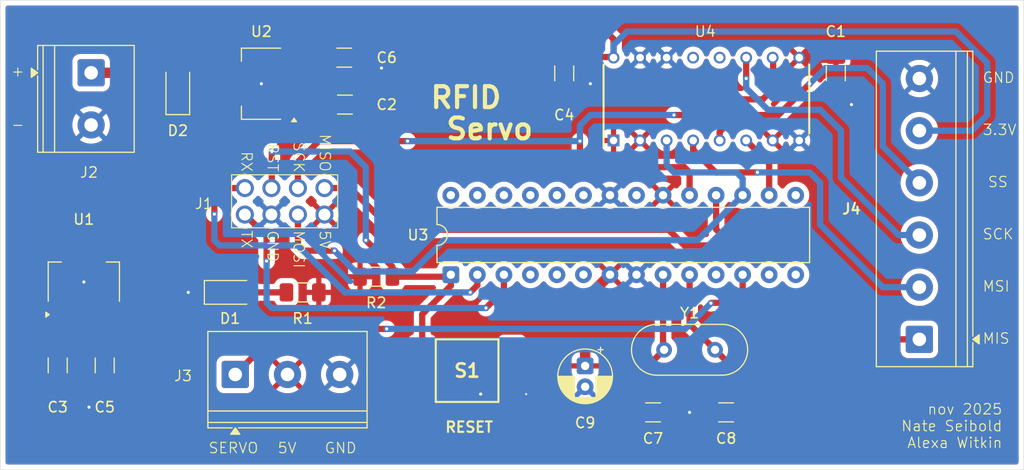
<source format=kicad_pcb>
(kicad_pcb (version 20241229) (generator "pcbnew") (generator_version "9.0")
  (layers (0 "F.Cu" signal) (2 "B.Cu" signal) (13 "F.Paste" user) (15 "B.Paste" user) (5 "F.SilkS" user "F.Silkscreen") (7 "B.SilkS" user "B.Silkscreen") (1 "F.Mask" user) (3 "B.Mask" user) (25 "Edge.Cuts" user))
  (net 0 "")
  (net 1 "GND")
  (net 2 "Net-(D2-K)")
  (net 3 "+3.3V")
  (net 4 "+5V")
  (net 5 "Net-(U3-XTAL1{slash}PB6)")
  (net 6 "Net-(U3-XTAL2{slash}PB7)")
  (net 7 "/BATTERY")
  (net 8 "Net-(D1-A)")
  (net 9 "/SPI_MOSI_3.3V")
  (net 10 "/SPI_MOSI_5V")
  (net 11 "/SPI_SCK_5V")
  (net 12 "/SPI_SS_5V")
  (net 14 "/SPI_SCK_3.3V")
  (net 15 "/SPI_SS_3.3V")
  (net 17 "/SPI_MISO")
  (net 18 "/PGRM_RESET")
  (net 19 "/PGRM_RX")
  (net 20 "/PGRM_TX")
  (net 21 "/SERVO_PWM")
  (footprint "SamacSys_Parts:DIP794W53P254L1930H508Q16N" (layer "F.Cu") (at 110.11 40.97 90)
    (property "Reference" "U4" (at 6.47 -0.11 180) (layer "F.SilkS") (effects (font (thickness 0.125))))
    (property "Value" "CD40109BE" (hide yes))
    (pad "1" thru_hole rect (at -3.97 -8.89 90) (size 1.13 1.13) (drill 0.73) (layers "*.Cu" "*.Mask") (net 4 "+5V"))
    (pad "2" thru_hole circle (at -3.97 -6.35 90) (size 1.13 1.13) (drill 0.73) (layers "*.Cu" "*.Mask") (net 4 "+5V"))
    (pad "3" thru_hole circle (at -3.97 -3.81 90) (size 1.13 1.13) (drill 0.73) (layers "*.Cu" "*.Mask") (net 10 "/SPI_MOSI_5V"))
    (pad "4" thru_hole circle (at -3.97 -1.27 90) (size 1.13 1.13) (drill 0.73) (layers "*.Cu" "*.Mask") (net 9 "/SPI_MOSI_3.3V"))
    (pad "5" thru_hole circle (at -3.97 1.27 90) (size 1.13 1.13) (drill 0.73) (layers "*.Cu" "*.Mask") (net 15 "/SPI_SS_3.3V"))
    (pad "6" thru_hole circle (at -3.97 3.81 90) (size 1.13 1.13) (drill 0.73) (layers "*.Cu" "*.Mask") (net 12 "/SPI_SS_5V"))
    (pad "7" thru_hole circle (at -3.97 6.35 90) (size 1.13 1.13) (drill 0.73) (layers "*.Cu" "*.Mask") (net 4 "+5V"))
    (pad "8" thru_hole circle (at -3.97 8.89 90) (size 1.13 1.13) (drill 0.73) (layers "*.Cu" "*.Mask") (net 1 "GND"))
    (pad "9" thru_hole circle (at 3.97 8.89 90) (size 1.13 1.13) (drill 0.73) (layers "*.Cu" "*.Mask") (net 4 "+5V"))
    (pad "10" thru_hole circle (at 3.97 6.35 90) (size 1.13 1.13) (drill 0.73) (layers "*.Cu" "*.Mask") (net 11 "/SPI_SCK_5V"))
    (pad "11" thru_hole circle (at 3.97 3.81 90) (size 1.13 1.13) (drill 0.73) (layers "*.Cu" "*.Mask") (net 14 "/SPI_SCK_3.3V"))
    (pad "12" thru_hole circle (at 3.97 1.27 90) (size 1.13 1.13) (drill 0.73) (layers "*.Cu" "*.Mask"))
    (pad "13" thru_hole circle (at 3.97 -1.27 90) (size 1.13 1.13) (drill 0.73) (layers "*.Cu" "*.Mask"))
    (pad "14" thru_hole circle (at 3.97 -3.81 90) (size 1.13 1.13) (drill 0.73) (layers "*.Cu" "*.Mask") (net 1 "GND"))
    (pad "15" thru_hole circle (at 3.97 -6.35 90) (size 1.13 1.13) (drill 0.73) (layers "*.Cu" "*.Mask") (net 1 "GND"))
    (pad "16" thru_hole circle (at 3.97 -8.89 90) (size 1.13 1.13) (drill 0.73) (layers "*.Cu" "*.Mask") (net 3 "+3.3V"))
  )
  (footprint "SamacSys_Parts:61300821121" (layer "F.Cu") (at 73.53 49.5 180)
    (property "Reference" "J1" (at 11.53 -1.5 0) (layer "F.SilkS") (effects (font (thickness 0.125))))
    (property "Value" "61300821121" (hide yes))
    (pad "1" thru_hole circle (at -0.01 0 180) (size 1.725 1.725) (drill 1.15) (layers "*.Cu" "*.Mask") (net 17 "/SPI_MISO"))
    (pad "2" thru_hole circle (at 2.53 0 180) (size 1.725 1.725) (drill 1.15) (layers "*.Cu" "*.Mask") (net 11 "/SPI_SCK_5V"))
    (pad "3" thru_hole circle (at 5.07 0 180) (size 1.725 1.725) (drill 1.15) (layers "*.Cu" "*.Mask") (net 18 "/PGRM_RESET"))
    (pad "4" thru_hole circle (at 7.61 0 180) (size 1.725 1.725) (drill 1.15) (layers "*.Cu" "*.Mask") (net 19 "/PGRM_RX"))
    (pad "5" thru_hole circle (at 7.61 -2.54 180) (size 1.725 1.725) (drill 1.15) (layers "*.Cu" "*.Mask") (net 20 "/PGRM_TX"))
    (pad "6" thru_hole circle (at 5.07 -2.54 180) (size 1.725 1.725) (drill 1.15) (layers "*.Cu" "*.Mask") (net 1 "GND"))
    (pad "7" thru_hole circle (at 2.53 -2.54 180) (size 1.725 1.725) (drill 1.15) (layers "*.Cu" "*.Mask") (net 10 "/SPI_MOSI_5V"))
    (pad "8" thru_hole circle (at -0.01 -2.54 180) (size 1.725 1.725) (drill 1.15) (layers "*.Cu" "*.Mask") (net 4 "+5V"))
  )
  (footprint "Capacitor_THT:CP_Radial_D5.0mm_P2.00mm" (layer "F.Cu") (at 98.5 66.544888 -90)
    (property "Reference" "C9" (at 5.455112 0 0) (layer "F.SilkS"))
    (property "Value" "10 uF")
    (pad "1" thru_hole roundrect (at 0 0 270) (size 1.6 1.6) (drill 0.8) (layers "*.Cu" "*.Mask") (roundrect_rratio 0.15625) (net 4 "+5V"))
    (pad "2" thru_hole circle (at 2 0 270) (size 1.6 1.6) (drill 0.8) (layers "*.Cu" "*.Mask") (net 1 "GND"))
  )
  (footprint "TerminalBlock_Phoenix:TerminalBlock_Phoenix_PT-1,5-3-5.0-H_1x03_P5.00mm_Horizontal" (layer "F.Cu") (at 65 67.3675)
    (property "Reference" "J3" (at -5 0.1325 0) (layer "F.SilkS") (effects (font (thickness 0.125))))
    (property "Value" "SERVO_TERM")
    (pad "1" thru_hole roundrect (at 0 0) (size 2.6 2.6) (drill 1.3) (layers "*.Cu" "*.Mask") (roundrect_rratio 0.096154) (net 21 "/SERVO_PWM"))
    (pad "2" thru_hole circle (at 5 0) (size 2.6 2.6) (drill 1.3) (layers "*.Cu" "*.Mask") (net 4 "+5V"))
    (pad "3" thru_hole circle (at 10 0) (size 2.6 2.6) (drill 1.3) (layers "*.Cu" "*.Mask") (net 1 "GND"))
  )
  (footprint "Diode_SMD:D_1206_3216Metric_Pad1.42x1.75mm_HandSolder" (layer "F.Cu") (at 59.5 40 90)
    (property "Reference" "D2" (at -4 0 180) (layer "F.SilkS"))
    (property "Value" "SD1206S040S2R0")
    (pad "1" smd roundrect (at -1.4875 0 90) (size 1.425 1.75) (layers "F.Cu" "F.Mask" "F.Paste") (roundrect_rratio 0.175439) (net 2 "Net-(D2-K)"))
    (pad "2" smd roundrect (at 1.4875 0 90) (size 1.425 1.75) (layers "F.Cu" "F.Mask" "F.Paste") (roundrect_rratio 0.175439) (net 7 "/BATTERY"))
  )
  (footprint "Capacitor_SMD:C_1206_3216Metric_Pad1.33x1.80mm_HandSolder" (layer "F.Cu") (at 96.5 38.5 -90)
    (property "Reference" "C4" (at 4 0 180) (layer "F.SilkS"))
    (property "Value" "0.1 uF")
    (pad "1" smd roundrect (at -1.5625 0 270) (size 1.325 1.8) (layers "F.Cu" "F.Mask" "F.Paste") (roundrect_rratio 0.188679) (net 3 "+3.3V"))
    (pad "2" smd roundrect (at 1.5625 0 270) (size 1.325 1.8) (layers "F.Cu" "F.Mask" "F.Paste") (roundrect_rratio 0.188679) (net 1 "GND"))
  )
  (footprint "Resistor_SMD:R_1206_3216Metric_Pad1.30x1.75mm_HandSolder" (layer "F.Cu") (at 71.45 59.5 180)
    (property "Reference" "R1" (at 0 -2.5 0) (layer "F.SilkS"))
    (property "Value" "1k")
    (pad "1" smd roundrect (at -1.55 0 180) (size 1.3 1.75) (layers "F.Cu" "F.Mask" "F.Paste") (roundrect_rratio 0.192308) (net 4 "+5V"))
    (pad "2" smd roundrect (at 1.55 0 180) (size 1.3 1.75) (layers "F.Cu" "F.Mask" "F.Paste") (roundrect_rratio 0.192308) (net 8 "Net-(D1-A)"))
  )
  (footprint "SamacSys_Parts:TS046650BK260SMTTR" (layer "F.Cu") (at 87.2 67 180)
    (property "Reference" "S1" (at 0 0 0) (layer "F.SilkS") (effects (font (size 1.27 1.27) (thickness 0.254))))
    (property "Value" "TS04-66-50-BK-260-SMT-TR" (hide yes))
    (pad "1" smd rect (at -4.3 -2.25 270) (size 1.4 1.6) (layers "F.Cu" "F.Mask" "F.Paste") (net 1 "GND"))
    (pad "2" smd rect (at -4.3 2.25 270) (size 1.4 1.6) (layers "F.Cu" "F.Mask" "F.Paste") (net 18 "/PGRM_RESET"))
    (pad "3" smd rect (at 4.3 -2.25 270) (size 1.4 1.6) (layers "F.Cu" "F.Mask" "F.Paste") (net 1 "GND"))
    (pad "4" smd rect (at 4.3 2.25 270) (size 1.4 1.6) (layers "F.Cu" "F.Mask" "F.Paste") (net 18 "/PGRM_RESET"))
  )
  (footprint "Capacitor_SMD:C_1206_3216Metric_Pad1.33x1.80mm_HandSolder" (layer "F.Cu") (at 122.5 38.5 90)
    (property "Reference" "C1" (at 4 0 0) (layer "F.SilkS"))
    (property "Value" "0.1 uF")
    (pad "1" smd roundrect (at -1.5625 0 90) (size 1.325 1.8) (layers "F.Cu" "F.Mask" "F.Paste") (roundrect_rratio 0.188679) (net 1 "GND"))
    (pad "2" smd roundrect (at 1.5625 0 90) (size 1.325 1.8) (layers "F.Cu" "F.Mask" "F.Paste") (roundrect_rratio 0.188679) (net 4 "+5V"))
  )
  (footprint "Resistor_SMD:R_1206_3216Metric_Pad1.30x1.75mm_HandSolder" (layer "F.Cu") (at 78.5 58)
    (property "Reference" "R2" (at 0 2.5 0) (layer "F.SilkS"))
    (property "Value" "10k")
    (pad "1" smd roundrect (at -1.55 0) (size 1.3 1.75) (layers "F.Cu" "F.Mask" "F.Paste") (roundrect_rratio 0.192308) (net 4 "+5V"))
    (pad "2" smd roundrect (at 1.55 0) (size 1.3 1.75) (layers "F.Cu" "F.Mask" "F.Paste") (roundrect_rratio 0.192308) (net 18 "/PGRM_RESET"))
  )
  (footprint "Capacitor_SMD:C_1206_3216Metric_Pad1.33x1.80mm_HandSolder" (layer "F.Cu") (at 75.5 41.5)
    (property "Reference" "C2" (at 4 0 0) (layer "F.SilkS"))
    (property "Value" "10 uF")
    (pad "1" smd roundrect (at -1.5625 0) (size 1.325 1.8) (layers "F.Cu" "F.Mask" "F.Paste") (roundrect_rratio 0.188679) (net 2 "Net-(D2-K)"))
    (pad "2" smd roundrect (at 1.5625 0) (size 1.325 1.8) (layers "F.Cu" "F.Mask" "F.Paste") (roundrect_rratio 0.188679) (net 1 "GND"))
  )
  (footprint "Package_TO_SOT_SMD:SOT-223-3_TabPin2" (layer "F.Cu") (at 50.5 58.5 90)
    (property "Reference" "U1" (at 6 0 180) (layer "F.SilkS"))
    (property "Value" "AZ1117CH2-5.0")
    (pad "1" smd roundrect (at -3.15 -2.3 90) (size 2 1.5) (layers "F.Cu" "F.Mask" "F.Paste") (net 2 "Net-(D2-K)"))
    (pad "2" smd roundrect (at -3.15 0 90) (size 2 1.5) (layers "F.Cu" "F.Mask" "F.Paste") (net 1 "GND"))
    (pad "2" smd roundrect (at 3.15 0 90) (size 2 3.8) (layers "F.Cu" "F.Mask" "F.Paste") (net 1 "GND"))
    (pad "3" smd roundrect (at -3.15 2.3 90) (size 2 1.5) (layers "F.Cu" "F.Mask" "F.Paste") (net 4 "+5V"))
  )
  (footprint "Capacitor_SMD:C_1206_3216Metric_Pad1.33x1.80mm_HandSolder" (layer "F.Cu") (at 52.5 66.5 -90)
    (property "Reference" "C5" (at 4 0 180) (layer "F.SilkS"))
    (property "Value" "22 uF")
    (pad "1" smd roundrect (at -1.5625 0 270) (size 1.325 1.8) (layers "F.Cu" "F.Mask" "F.Paste") (roundrect_rratio 0.188679) (net 4 "+5V"))
    (pad "2" smd roundrect (at 1.5625 0 270) (size 1.325 1.8) (layers "F.Cu" "F.Mask" "F.Paste") (roundrect_rratio 0.188679) (net 1 "GND"))
  )
  (footprint "TerminalBlock_Phoenix:TerminalBlock_Phoenix_PT-1,5-6-5.0-H_1x06_P5.00mm_Horizontal" (layer "F.Cu") (at 130.5 64 90)
    (property "Reference" "J4" (at 12.5 -6.5 180) (layer "F.SilkS") (effects (font (thickness 0.2) (bold yes))))
    (property "Value" "RFID_TERM")
    (pad "1" thru_hole roundrect (at 0 0 90) (size 2.6 2.6) (drill 1.3) (layers "*.Cu" "*.Mask") (roundrect_rratio 0.096154) (net 17 "/SPI_MISO"))
    (pad "2" thru_hole circle (at 5 0 90) (size 2.6 2.6) (drill 1.3) (layers "*.Cu" "*.Mask") (net 9 "/SPI_MOSI_3.3V"))
    (pad "3" thru_hole circle (at 10 0 90) (size 2.6 2.6) (drill 1.3) (layers "*.Cu" "*.Mask") (net 14 "/SPI_SCK_3.3V"))
    (pad "4" thru_hole circle (at 15 0 90) (size 2.6 2.6) (drill 1.3) (layers "*.Cu" "*.Mask") (net 15 "/SPI_SS_3.3V"))
    (pad "5" thru_hole circle (at 20 0 90) (size 2.6 2.6) (drill 1.3) (layers "*.Cu" "*.Mask") (net 3 "+3.3V"))
    (pad "6" thru_hole circle (at 25 0 90) (size 2.6 2.6) (drill 1.3) (layers "*.Cu" "*.Mask") (net 1 "GND"))
  )
  (footprint "Capacitor_SMD:C_1206_3216Metric_Pad1.33x1.80mm_HandSolder" (layer "F.Cu") (at 112 71)
    (property "Reference" "C8" (at 0 2.5 0) (layer "F.SilkS"))
    (property "Value" "22 pF")
    (pad "1" smd roundrect (at -1.5625 0) (size 1.325 1.8) (layers "F.Cu" "F.Mask" "F.Paste") (roundrect_rratio 0.188679) (net 1 "GND"))
    (pad "2" smd roundrect (at 1.5625 0) (size 1.325 1.8) (layers "F.Cu" "F.Mask" "F.Paste") (roundrect_rratio 0.188679) (net 6 "Net-(U3-XTAL2{slash}PB7)"))
  )
  (footprint "Capacitor_SMD:C_1206_3216Metric_Pad1.33x1.80mm_HandSolder" (layer "F.Cu") (at 75.4375 37)
    (property "Reference" "C6" (at 4.0625 0 0) (layer "F.SilkS"))
    (property "Value" "22 uF")
    (pad "1" smd roundrect (at -1.5625 0) (size 1.325 1.8) (layers "F.Cu" "F.Mask" "F.Paste") (roundrect_rratio 0.188679) (net 3 "+3.3V"))
    (pad "2" smd roundrect (at 1.5625 0) (size 1.325 1.8) (layers "F.Cu" "F.Mask" "F.Paste") (roundrect_rratio 0.188679) (net 1 "GND"))
  )
  (footprint "TerminalBlock_Phoenix:TerminalBlock_Phoenix_PT-1,5-2-5.0-H_1x02_P5.00mm_Horizontal" (layer "F.Cu") (at 51.2 38.45 -90)
    (property "Reference" "J2" (at 9.55 0.2 0) (layer "F.SilkS") (effects (font (thickness 0.125))))
    (property "Value" "BATT_TERM")
    (pad "1" thru_hole roundrect (at 0 0 270) (size 2.6 2.6) (drill 1.3) (layers "*.Cu" "*.Mask") (roundrect_rratio 0.096154) (net 7 "/BATTERY"))
    (pad "2" thru_hole circle (at 5 0 270) (size 2.6 2.6) (drill 1.3) (layers "*.Cu" "*.Mask") (net 1 "GND"))
  )
  (footprint "Capacitor_SMD:C_1206_3216Metric_Pad1.33x1.80mm_HandSolder" (layer "F.Cu") (at 105 71)
    (property "Reference" "C7" (at 0 2.5 0) (layer "F.SilkS"))
    (property "Value" "22 pF")
    (pad "1" smd roundrect (at -1.5625 0) (size 1.325 1.8) (layers "F.Cu" "F.Mask" "F.Paste") (roundrect_rratio 0.188679) (net 5 "Net-(U3-XTAL1{slash}PB6)"))
    (pad "2" smd roundrect (at 1.5625 0) (size 1.325 1.8) (layers "F.Cu" "F.Mask" "F.Paste") (roundrect_rratio 0.188679) (net 1 "GND"))
  )
  (footprint "Package_DIP:DIP-28_W7.62mm" (layer "F.Cu") (at 85.64 57.805 90)
    (property "Reference" "U3" (at 3.805 -3.14 180) (layer "F.SilkS"))
    (property "Value" "ATmega328P-P")
    (pad "1" thru_hole roundrect (at 0 0 90) (size 1.6 1.6) (drill 0.8) (layers "*.Cu" "*.Mask") (roundrect_rratio 0.15625) (net 18 "/PGRM_RESET"))
    (pad "2" thru_hole circle (at 0 2.54 90) (size 1.6 1.6) (drill 0.8) (layers "*.Cu" "*.Mask") (net 19 "/PGRM_RX"))
    (pad "3" thru_hole circle (at 0 5.08 90) (size 1.6 1.6) (drill 0.8) (layers "*.Cu" "*.Mask") (net 20 "/PGRM_TX"))
    (pad "4" thru_hole circle (at 0 7.62 90) (size 1.6 1.6) (drill 0.8) (layers "*.Cu" "*.Mask"))
    (pad "5" thru_hole circle (at 0 10.16 90) (size 1.6 1.6) (drill 0.8) (layers "*.Cu" "*.Mask"))
    (pad "6" thru_hole circle (at 0 12.7 90) (size 1.6 1.6) (drill 0.8) (layers "*.Cu" "*.Mask"))
    (pad "7" thru_hole circle (at 0 15.24 90) (size 1.6 1.6) (drill 0.8) (layers "*.Cu" "*.Mask") (net 4 "+5V"))
    (pad "8" thru_hole circle (at 0 17.78 90) (size 1.6 1.6) (drill 0.8) (layers "*.Cu" "*.Mask") (net 1 "GND"))
    (pad "9" thru_hole circle (at 0 20.32 90) (size 1.6 1.6) (drill 0.8) (layers "*.Cu" "*.Mask") (net 5 "Net-(U3-XTAL1{slash}PB6)"))
    (pad "10" thru_hole circle (at 0 22.86 90) (size 1.6 1.6) (drill 0.8) (layers "*.Cu" "*.Mask") (net 6 "Net-(U3-XTAL2{slash}PB7)"))
    (pad "11" thru_hole circle (at 0 25.4 90) (size 1.6 1.6) (drill 0.8) (layers "*.Cu" "*.Mask"))
    (pad "12" thru_hole circle (at 0 27.94 90) (size 1.6 1.6) (drill 0.8) (layers "*.Cu" "*.Mask") (net 21 "/SERVO_PWM"))
    (pad "13" thru_hole circle (at 0 30.48 90) (size 1.6 1.6) (drill 0.8) (layers "*.Cu" "*.Mask"))
    (pad "14" thru_hole circle (at 0 33.02 90) (size 1.6 1.6) (drill 0.8) (layers "*.Cu" "*.Mask"))
    (pad "15" thru_hole circle (at 7.62 33.02 90) (size 1.6 1.6) (drill 0.8) (layers "*.Cu" "*.Mask"))
    (pad "16" thru_hole circle (at 7.62 30.48 90) (size 1.6 1.6) (drill 0.8) (layers "*.Cu" "*.Mask") (net 12 "/SPI_SS_5V"))
    (pad "17" thru_hole circle (at 7.62 27.94 90) (size 1.6 1.6) (drill 0.8) (layers "*.Cu" "*.Mask") (net 10 "/SPI_MOSI_5V"))
    (pad "18" thru_hole circle (at 7.62 25.4 90) (size 1.6 1.6) (drill 0.8) (layers "*.Cu" "*.Mask") (net 17 "/SPI_MISO"))
    (pad "19" thru_hole circle (at 7.62 22.86 90) (size 1.6 1.6) (drill 0.8) (layers "*.Cu" "*.Mask") (net 11 "/SPI_SCK_5V"))
    (pad "20" thru_hole circle (at 7.62 20.32 90) (size 1.6 1.6) (drill 0.8) (layers "*.Cu" "*.Mask") (net 4 "+5V"))
    (pad "21" thru_hole circle (at 7.62 17.78 90) (size 1.6 1.6) (drill 0.8) (layers "*.Cu" "*.Mask"))
    (pad "22" thru_hole circle (at 7.62 15.24 90) (size 1.6 1.6) (drill 0.8) (layers "*.Cu" "*.Mask") (net 1 "GND"))
    (pad "23" thru_hole circle (at 7.62 12.7 90) (size 1.6 1.6) (drill 0.8) (layers "*.Cu" "*.Mask"))
    (pad "24" thru_hole circle (at 7.62 10.16 90) (size 1.6 1.6) (drill 0.8) (layers "*.Cu" "*.Mask"))
    (pad "25" thru_hole circle (at 7.62 7.62 90) (size 1.6 1.6) (drill 0.8) (layers "*.Cu" "*.Mask"))
    (pad "26" thru_hole circle (at 7.62 5.08 90) (size 1.6 1.6) (drill 0.8) (layers "*.Cu" "*.Mask"))
    (pad "27" thru_hole circle (at 7.62 2.54 90) (size 1.6 1.6) (drill 0.8) (layers "*.Cu" "*.Mask"))
    (pad "28" thru_hole circle (at 7.62 0 90) (size 1.6 1.6) (drill 0.8) (layers "*.Cu" "*.Mask"))
  )
  (footprint "Crystal:Crystal_HC49-U_Vertical" (layer "F.Cu") (at 106.06 65)
    (property "Reference" "Y1" (at 2.44 -3.52 0) (layer "F.SilkS"))
    (property "Value" "16 MHz Crystal")
    (pad "1" thru_hole circle (at 0 0) (size 1.5 1.5) (drill 0.8) (layers "*.Cu" "*.Mask") (net 5 "Net-(U3-XTAL1{slash}PB6)"))
    (pad "2" thru_hole circle (at 4.88 0) (size 1.5 1.5) (drill 0.8) (layers "*.Cu" "*.Mask") (net 6 "Net-(U3-XTAL2{slash}PB7)"))
  )
  (footprint "Package_TO_SOT_SMD:SOT-223-3_TabPin2" (layer "F.Cu") (at 67.5 39.5 180)
    (property "Reference" "U2" (at 0 5 0) (layer "F.SilkS"))
    (property "Value" "AZ1117CH2-3.3")
    (pad "1" smd roundrect (at -3.15 -2.3 180) (size 2 1.5) (layers "F.Cu" "F.Mask" "F.Paste") (net 2 "Net-(D2-K)"))
    (pad "2" smd roundrect (at -3.15 0 180) (size 2 1.5) (layers "F.Cu" "F.Mask" "F.Paste") (net 1 "GND"))
    (pad "2" smd roundrect (at 3.15 0 180) (size 2 3.8) (layers "F.Cu" "F.Mask" "F.Paste") (net 1 "GND"))
    (pad "3" smd roundrect (at -3.15 2.3 180) (size 2 1.5) (layers "F.Cu" "F.Mask" "F.Paste") (net 3 "+3.3V"))
  )
  (footprint "Capacitor_SMD:C_1206_3216Metric_Pad1.33x1.80mm_HandSolder" (layer "F.Cu") (at 48 66.5 -90)
    (property "Reference" "C3" (at 4 0 180) (layer "F.SilkS"))
    (property "Value" "10 uF")
    (pad "1" smd roundrect (at -1.5625 0 270) (size 1.325 1.8) (layers "F.Cu" "F.Mask" "F.Paste") (roundrect_rratio 0.188679) (net 2 "Net-(D2-K)"))
    (pad "2" smd roundrect (at 1.5625 0 270) (size 1.325 1.8) (layers "F.Cu" "F.Mask" "F.Paste") (roundrect_rratio 0.188679) (net 1 "GND"))
  )
  (footprint "LED_SMD:LED_1206_3216Metric_Pad1.42x1.75mm_HandSolder" (layer "F.Cu") (at 64.5 59.5)
    (property "Reference" "D1" (at 0 2.5 0) (layer "F.SilkS"))
    (property "Value" "LTST-C150EKT")
    (pad "1" smd roundrect (at -1.4875 0) (size 1.425 1.75) (layers "F.Cu" "F.Mask" "F.Paste") (roundrect_rratio 0.175439) (net 1 "GND"))
    (pad "2" smd roundrect (at 1.4875 0) (size 1.425 1.75) (layers "F.Cu" "F.Mask" "F.Paste") (roundrect_rratio 0.175439) (net 8 "Net-(D1-A)"))
  )
  (gr_rect (start 42.5 31.5) (end 140.5 76.5) (stroke (width 0.05)) (fill no) (layer "Edge.Cuts"))
  (gr_text "Servo" (at 85 45 0) (layer "F.SilkS") (effects (font (size 2 2) (thickness 0.4) (bold yes)) (justify left bottom)))
  (gr_text "RX" (at 65.5 48 270) (layer "F.SilkS") (effects (font (size 1 1) (thickness 0.1)) (justify right bottom)))
  (gr_text "MISO" (at 73 48 270) (layer "F.SilkS") (effects (font (size 1 1) (thickness 0.1)) (justify right bottom)))
  (gr_text "MSI" (at 136.5 59.5 0) (layer "F.SilkS") (effects (font (size 1 1) (thickness 0.1)) (justify left bottom)))
  (gr_text "GND" (at 68 53.5 270) (layer "F.SilkS") (effects (font (size 1 1) (thickness 0.1)) (justify left bottom)))
  (gr_text "SERVO" (at 62.38 75 0) (layer "F.SilkS") (effects (font (size 1 1) (thickness 0.1)) (justify left bottom)))
  (gr_text "RST" (at 68 48 270) (layer "F.SilkS") (effects (font (size 1 1) (thickness 0.1)) (justify right bottom)))
  (gr_text "GND" (at 136.5 39.5 0) (layer "F.SilkS") (effects (font (size 1 1) (thickness 0.1)) (justify left bottom)))
  (gr_text "SCK" (at 70.5 45 270) (layer "F.SilkS") (effects (font (size 1 1) (thickness 0.1)) (justify left bottom)))
  (gr_text "MIS" (at 136.5 64.5 0) (layer "F.SilkS") (effects (font (size 1 1) (thickness 0.1)) (justify left bottom)))
  (gr_text "RESET" (at 85 73 0) (layer "F.SilkS") (effects (font (size 1 1) (thickness 0.2) (bold yes)) (justify left bottom)))
  (gr_text "SCK" (at 136.5 54.5 0) (layer "F.SilkS") (effects (font (size 1 1) (thickness 0.1)) (justify left bottom)))
  (gr_text "nov 2025\nNate Seibold\nAlexa Witkin" (at 138.5 74.5 0) (layer "F.SilkS") (effects (font (size 1 1) (thickness 0.1)) (justify right bottom)))
  (gr_text "SS" (at 137 49.5 0) (layer "F.SilkS") (effects (font (size 1 1) (thickness 0.1)) (justify left bottom)))
  (gr_text "MOSI" (at 70.5 53.5 270) (layer "F.SilkS") (effects (font (size 1 1) (thickness 0.1)) (justify left bottom)))
  (gr_text "RFID" (at 83.5 42 0) (layer "F.SilkS") (effects (font (size 2 2) (thickness 0.4) (bold yes)) (justify left bottom)))
  (gr_text "GND" (at 73.5 75 0) (layer "F.SilkS") (effects (font (size 1 1) (thickness 0.1)) (justify left bottom)))
  (gr_text "TX" (at 65.5 53.5 270) (layer "F.SilkS") (effects (font (size 1 1) (thickness 0.1)) (justify left bottom)))
  (gr_text "3.3V" (at 136.5 44.5 0) (layer "F.SilkS") (effects (font (size 1 1) (thickness 0.1)) (justify left bottom)))
  (gr_text "+" (at 43.5 38.89 0) (layer "F.SilkS") (effects (font (size 1 1) (thickness 0.1)) (justify left bottom)))
  (gr_text "5V" (at 69 75 0) (layer "F.SilkS") (effects (font (size 1 1) (thickness 0.1)) (justify left bottom)))
  (gr_text "-" (at 43.5 44 0) (layer "F.SilkS") (effects (font (size 1 1) (thickness 0.1)) (justify left bottom)))
  (gr_text "5V" (at 73 53.5 270) (layer "F.SilkS") (effects (font (size 1 1) (thickness 0.1)) (justify left bottom)))
  (segment (start 79 38) (end 79 41) (width 1) (layer "F.Cu") (net 1))
  (segment (start 79 37.5) (end 79 38) (width 1) (layer "F.Cu") (net 1))
  (segment (start 63.0125 59.5) (end 60.5 59.5) (width 0.6) (layer "F.Cu") (net 1))
  (segment (start 51 70.5) (end 52 70.5) (width 1) (layer "F.Cu") (net 1))
  (segment (start 48.5 70.5) (end 51 70.5) (width 1) (layer "F.Cu") (net 1))
  (segment (start 67.5 39.5) (end 64.35 39.5) (width 1) (layer "F.Cu") (net 1))
  (segment (start 82.9 69.25) (end 88.5 69.25) (width 0.6) (layer "F.Cu") (net 1))
  (segment (start 50.5 58.5) (end 50.5 61.65) (width 1) (layer "F.Cu") (net 1))
  (segment (start 48 70) (end 48.5 70.5) (width 1) (layer "F.Cu") (net 1))
  (segment (start 96.5 40.0625) (end 98.4375 40.0625) (width 0.6) (layer "F.Cu") (net 1))
  (segment (start 108.5 71) (end 110.4375 71) (width 0.6) (layer "F.Cu") (net 1))
  (segment (start 52.5 70) (end 52.5 68.0625) (width 1) (layer "F.Cu") (net 1))
  (segment (start 50.5 55.35) (end 50.5 58.5) (width 1) (layer "F.Cu") (net 1))
  (segment (start 70.65 39.5) (end 67.5 39.5) (width 1) (layer "F.Cu") (net 1))
  (segment (start 78.5 41.5) (end 77.0625 41.5) (width 1) (layer "F.Cu") (net 1))
  (segment (start 88.5 69.25) (end 91.5 69.25) (width 0.6) (layer "F.Cu") (net 1))
  (segment (start 52 70.5) (end 52.5 70) (width 1) (layer "F.Cu") (net 1))
  (segment (start 79 41) (end 78.5 41.5) (width 1) (layer "F.Cu") (net 1))
  (segment (start 122.5 40.0625) (end 122.5625 40.0625) (width 0.6) (layer "F.Cu") (net 1))
  (segment (start 122.5625 40.0625) (end 124 41.5) (width 1) (layer "F.Cu") (net 1))
  (segment (start 98.4375 40.0625) (end 99 39.5) (width 0.6) (layer "F.Cu") (net 1))
  (segment (start 78.5 37) (end 79 37.5) (width 1) (layer "F.Cu") (net 1))
  (segment (start 106.5625 71) (end 108.5 71) (width 0.6) (layer "F.Cu") (net 1))
  (segment (start 48 68.0625) (end 48 70) (width 1) (layer "F.Cu") (net 1))
  (segment (start 77 37) (end 78.5 37) (width 1) (layer "F.Cu") (net 1))
  (via (at 50.5 58.5) (size 0.6) (drill 0.3) (layers "F.Cu" "B.Cu") (net 1))
  (via (at 99 39.5) (size 0.6) (drill 0.3) (layers "F.Cu" "B.Cu") (net 1))
  (via (at 51 70.5) (size 0.6) (drill 0.3) (layers "F.Cu" "B.Cu") (net 1))
  (via (at 67.5 39.5) (size 0.6) (drill 0.3) (layers "F.Cu" "B.Cu") (net 1))
  (via (at 79 38) (size 0.6) (drill 0.3) (layers "F.Cu" "B.Cu") (net 1))
  (via (at 60.5 59.5) (size 0.6) (drill 0.3) (layers "F.Cu" "B.Cu") (net 1))
  (via (at 108.5 71) (size 0.6) (drill 0.3) (layers "F.Cu" "B.Cu") (net 1))
  (via (at 124 41.5) (size 0.6) (drill 0.3) (layers "F.Cu" "B.Cu") (net 1))
  (via (at 88.5 69.25) (size 0.6) (drill 0.3) (layers "F.Cu" "B.Cu") (net 1))
  (segment (start 48.2 64.7375) (end 48 64.9375) (width 1) (layer "F.Cu") (net 2))
  (segment (start 59.5 43.5) (end 60 44) (width 1) (layer "F.Cu") (net 2))
  (segment (start 59.5 41.4875) (end 59.5 43.5) (width 1) (layer "F.Cu") (net 2))
  (segment (start 61.5 44) (end 61.5 45.5) (width 1) (layer "F.Cu") (net 2))
  (segment (start 70 44) (end 70.65 43.35) (width 1) (layer "F.Cu") (net 2))
  (segment (start 45.5 49) (end 45.5 58.95) (width 1) (layer "F.Cu") (net 2))
  (segment (start 59 48) (end 46.5 48) (width 1) (layer "F.Cu") (net 2))
  (segment (start 73.6375 41.8) (end 73.9375 41.5) (width 1) (layer "F.Cu") (net 2))
  (segment (start 61.5 45.5) (end 59 48) (width 1) (layer "F.Cu") (net 2))
  (segment (start 70.65 41.8) (end 73.6375 41.8) (width 1) (layer "F.Cu") (net 2))
  (segment (start 45.5 58.95) (end 48.2 61.65) (width 1) (layer "F.Cu") (net 2))
  (segment (start 70.65 43.35) (end 70.65 41.8) (width 1) (layer "F.Cu") (net 2))
  (segment (start 46.5 48) (end 45.5 49) (width 1) (layer "F.Cu") (net 2))
  (segment (start 60 44) (end 61.5 44) (width 1) (layer "F.Cu") (net 2))
  (segment (start 61.5 44) (end 70 44) (width 1) (layer "F.Cu") (net 2))
  (segment (start 48.2 61.65) (end 48.2 64.7375) (width 1) (layer "F.Cu") (net 2))
  (segment (start 73.875 37) (end 73.875 35.125) (width 0.6) (layer "F.Cu") (net 3))
  (segment (start 101.22 37) (end 101.22 35.22) (width 0.6) (layer "F.Cu") (net 3))
  (segment (start 74.5 34.5) (end 96 34.5) (width 0.6) (layer "F.Cu") (net 3))
  (segment (start 100.5 34.5) (end 96 34.5) (width 0.6) (layer "F.Cu") (net 3))
  (segment (start 101.22 35.22) (end 100.5 34.5) (width 0.6) (layer "F.Cu") (net 3))
  (segment (start 70.85 37) (end 70.65 37.2) (width 0.6) (layer "F.Cu") (net 3))
  (segment (start 73.875 37) (end 70.85 37) (width 1) (layer "F.Cu") (net 3))
  (segment (start 101.1575 36.9375) (end 101.22 37) (width 0.6) (layer "F.Cu") (net 3))
  (segment (start 96.5 36.9375) (end 101.1575 36.9375) (width 0.6) (layer "F.Cu") (net 3))
  (segment (start 73.875 35.125) (end 74.5 34.5) (width 0.6) (layer "F.Cu") (net 3))
  (segment (start 101.22 35.78) (end 102.5 34.5) (width 0.6) (layer "B.Cu") (net 3))
  (segment (start 135.5 44) (end 130.5 44) (width 0.6) (layer "B.Cu") (net 3))
  (segment (start 137 37.5) (end 137 42.5) (width 0.6) (layer "B.Cu") (net 3))
  (segment (start 134 34.5) (end 137 37.5) (width 0.6) (layer "B.Cu") (net 3))
  (segment (start 101.22 37) (end 101.22 35.78) (width 0.6) (layer "B.Cu") (net 3))
  (segment (start 137 42.5) (end 135.5 44) (width 0.6) (layer "B.Cu") (net 3))
  (segment (start 102.5 34.5) (end 134 34.5) (width 0.6) (layer "B.Cu") (net 3))
  (segment (start 122.4375 37) (end 122.5 36.9375) (width 0.6) (layer "F.Cu") (net 4))
  (segment (start 52.8 64.6375) (end 52.5 64.9375) (width 0.6) (layer "F.Cu") (net 4))
  (segment (start 98.5 66.544888) (end 98.5 60.185) (width 1) (layer "F.Cu") (net 4))
  (segment (start 98.5 60.185) (end 100.88 57.805) (width 1) (layer "F.Cu") (net 4))
  (segment (start 119 37) (end 122.4375 37) (width 1) (layer "F.Cu") (net 4))
  (segment (start 52.8 61.65) (end 52.8 64.6375) (width 1) (layer "F.Cu") (net 4))
  (segment (start 105.96 57.5) (end 105.96 64.9) (width 0.6) (layer "F.Cu") (net 5))
  (segment (start 103.4375 71) (end 103.4375 67.6225) (width 0.6) (layer "F.Cu") (net 5))
  (segment (start 105.96 64.9) (end 106.06 65) (width 0.6) (layer "F.Cu") (net 5))
  (segment (start 103.4375 67.6225) (end 106.06 65) (width 0.6) (layer "F.Cu") (net 5))
  (segment (start 113.5625 71) (end 113.5625 67.6225) (width 0.6) (layer "F.Cu") (net 6))
  (segment (start 108.5 62.56) (end 108.5 57.5) (width 0.6) (layer "F.Cu") (net 6))
  (segment (start 110.94 65) (end 108.5 62.56) (width 0.6) (layer "F.Cu") (net 6))
  (segment (start 113.5625 67.6225) (end 110.94 65) (width 0.6) (layer "F.Cu") (net 6))
  (segment (start 59.4375 38.45) (end 59.5 38.5125) (width 0.6) (layer "F.Cu") (net 7))
  (segment (start 51.2 38.45) (end 59.4375 38.45) (width 1) (layer "F.Cu") (net 7))
  (segment (start 65.9875 59.5) (end 69.9 59.5) (width 0.6) (layer "F.Cu") (net 8))
  (segment (start 109 46) (end 111 48) (width 0.6) (layer "F.Cu") (net 9))
  (segment (start 111 48) (end 115 48) (width 0.6) (layer "F.Cu") (net 9))
  (segment (start 108.84 44.94) (end 108.84 45.84) (width 0.6) (layer "F.Cu") (net 9))
  (segment (start 108.84 45.84) (end 109 46) (width 0.6) (layer "F.Cu") (net 9))
  (via (at 115 48) (size 0.6) (drill 0.3) (layers "F.Cu" "B.Cu") (net 9))
  (segment (start 120 48) (end 121 49) (width 0.6) (layer "B.Cu") (net 9))
  (segment (start 121 49) (end 121 53) (width 0.6) (layer "B.Cu") (net 9))
  (segment (start 121 53) (end 127 59) (width 0.6) (layer "B.Cu") (net 9))
  (segment (start 127 59) (end 130.5 59) (width 0.6) (layer "B.Cu") (net 9))
  (segment (start 115 48) (end 120 48) (width 0.6) (layer "B.Cu") (net 9))
  (segment (start 71.5 55.5) (end 74.5 55.5) (width 0.6) (layer "F.Cu") (net 10))
  (segment (start 71 55) (end 71.5 55.5) (width 0.6) (layer "F.Cu") (net 10))
  (segment (start 71 52.04) (end 71 55) (width 0.6) (layer "F.Cu") (net 10))
  (via (at 74.5 55.5) (size 0.6) (drill 0.3) (layers "F.Cu" "B.Cu") (net 10))
  (segment (start 106.3 47.3) (end 106.3 44.94) (width 0.6) (layer "B.Cu") (net 10))
  (segment (start 82 57.5) (end 85 54.5) (width 0.6) (layer "B.Cu") (net 10))
  (segment (start 107 48) (end 106.3 47.3) (width 0.6) (layer "B.Cu") (net 10))
  (segment (start 113.58 49.88) (end 113.58 48.58) (width 0.6) (layer "B.Cu") (net 10))
  (segment (start 76.5 57.5) (end 82 57.5) (width 0.6) (layer "B.Cu") (net 10))
  (segment (start 74.5 55.5) (end 76.5 57.5) (width 0.6) (layer "B.Cu") (net 10))
  (segment (start 109.265 54.5) (end 113.58 50.185) (width 0.6) (layer "B.Cu") (net 10))
  (segment (start 113.58 48.58) (end 113 48) (width 0.6) (layer "B.Cu") (net 10))
  (segment (start 113 48) (end 107 48) (width 0.6) (layer "B.Cu") (net 10))
  (segment (start 85 54.5) (end 109.265 54.5) (width 0.6) (layer "B.Cu") (net 10))
  (segment (start 73 45) (end 71 47) (width 0.6) (layer "F.Cu") (net 11))
  (segment (start 116.5 40) (end 116.5 37.04) (width 0.6) (layer "F.Cu") (net 11))
  (segment (start 115.5 41) (end 116.5 40) (width 0.6) (layer "F.Cu") (net 11))
  (segment (start 98 46.5) (end 98 45) (width 0.6) (layer "F.Cu") (net 11))
  (segment (start 99 47.5) (end 98 46.5) (width 0.6) (layer "F.Cu") (net 11))
  (segment (start 108 47.5) (end 99 47.5) (width 0.6) (layer "F.Cu") (net 11))
  (segment (start 108.5 49.88) (end 108.5 48) (width 0.6) (layer "F.Cu") (net 11))
  (segment (start 116.5 37.04) (end 116.46 37) (width 0.6) (layer "F.Cu") (net 11))
  (segment (start 112.46 41) (end 115.5 41) (width 0.6) (layer "F.Cu") (net 11))
  (segment (start 110.96 42.5) (end 112.46 41) (width 0.6) (layer "F.Cu") (net 11))
  (segment (start 81.5 45) (end 73 45) (width 0.6) (layer "F.Cu") (net 11))
  (segment (start 71 47) (end 71 49.5) (width 0.6) (layer "F.Cu") (net 11))
  (segment (start 108.5 48) (end 108 47.5) (width 0.6) (layer "F.Cu") (net 11))
  (segment (start 107 42.5) (end 110.96 42.5) (width 0.6) (layer "F.Cu") (net 11))
  (via (at 81.5 45) (size 0.6) (drill 0.3) (layers "F.Cu" "B.Cu") (net 11))
  (via (at 98 45) (size 0.6) (drill 0.3) (layers "F.Cu" "B.Cu") (net 11))
  (via (at 107 42.5) (size 0.6) (drill 0.3) (layers "F.Cu" "B.Cu") (net 11))
  (segment (start 98 45) (end 98 43.5) (width 0.6) (layer "B.Cu") (net 11))
  (segment (start 116.46 37.04) (end 116.46 37) (width 0.6) (layer "B.Cu") (net 11))
  (segment (start 99 42.5) (end 107 42.5) (width 0.6) (layer "B.Cu") (net 11))
  (segment (start 98 45) (end 81.5 45) (width 0.6) (layer "B.Cu") (net 11))
  (segment (start 98 43.5) (end 99 42.5) (width 0.6) (layer "B.Cu") (net 11))
  (segment (start 113.92 44.94) (end 115.98 47) (width 0.6) (layer "F.Cu") (net 12))
  (segment (start 116.12 47.12) (end 116.12 49.88) (width 0.6) (layer "F.Cu") (net 12))
  (segment (start 116 47) (end 116.12 47.12) (width 0.6) (layer "F.Cu") (net 12))
  (segment (start 115.98 47) (end 116 47) (width 0.6) (layer "F.Cu") (net 12))
  (segment (start 113.92 37) (end 113.92 39) (width 0.6) (layer "F.Cu") (net 14))
  (via (at 113.92 39) (size 0.6) (drill 0.3) (layers "F.Cu" "B.Cu") (net 14))
  (segment (start 123 44) (end 121 42) (width 0.6) (layer "B.Cu") (net 14))
  (segment (start 130.5 54) (end 128.5 54) (width 0.6) (layer "B.Cu") (net 14))
  (segment (start 123 48.5) (end 123 44) (width 0.6) (layer "B.Cu") (net 14))
  (segment (start 121 42) (end 116 42) (width 0.6) (layer "B.Cu") (net 14))
  (segment (start 113.92 39.92) (end 113.92 39) (width 0.6) (layer "B.Cu") (net 14))
  (segment (start 116 42) (end 113.92 39.92) (width 0.6) (layer "B.Cu") (net 14))
  (segment (start 128.5 54) (end 123 48.5) (width 0.6) (layer "B.Cu") (net 14))
  (segment (start 113 42.5) (end 117 42.5) (width 0.6) (layer "F.Cu") (net 15))
  (segment (start 117 42.5) (end 120 39.5) (width 0.6) (layer "F.Cu") (net 15))
  (segment (start 111.38 44.12) (end 113 42.5) (width 0.6) (layer "F.Cu") (net 15))
  (segment (start 111.38 44.94) (end 111.38 44.12) (width 0.6) (layer "F.Cu") (net 15))
  (segment (start 111.38 44.94) (end 111.56 44.94) (width 0.6) (layer "F.Cu") (net 15))
  (via (at 120 39.5) (size 0.6) (drill 0.3) (layers "F.Cu" "B.Cu") (net 15))
  (segment (start 120 39.5) (end 121.5 38) (width 0.6) (layer "B.Cu") (net 15))
  (segment (start 127 39.5) (end 127 45.5) (width 0.6) (layer "B.Cu") (net 15))
  (segment (start 127 45.5) (end 130.5 49) (width 0.6) (layer "B.Cu") (net 15))
  (segment (start 121.5 38) (end 125.5 38) (width 0.6) (layer "B.Cu") (net 15))
  (segment (start 125.5 38) (end 127 39.5) (width 0.6) (layer "B.Cu") (net 15))
  (segment (start 120 55) (end 112.58 55) (width 0.6) (layer "F.Cu") (net 17))
  (segment (start 121 63) (end 121 56) (width 0.6) (layer "F.Cu") (net 17))
  (segment (start 106.5 53.5) (end 80 53.5) (width 0.6) (layer "F.Cu") (net 17))
  (segment (start 108 55) (end 106.5 53.5) (width 0.6) (layer "F.Cu") (net 17))
  (segment (start 130.5 64) (end 122 64) (width 0.6) (layer "F.Cu") (net 17))
  (segment (start 112.58 55) (end 108 55) (width 0.6) (layer "F.Cu") (net 17))
  (segment (start 111.04 53.46) (end 111.04 49.88) (width 0.6) (layer "F.Cu") (net 17))
  (segment (start 122 64) (end 121 63) (width 0.6) (layer "F.Cu") (net 17))
  (segment (start 76 49.5) (end 73.54 49.5) (width 0.6) (layer "F.Cu") (net 17))
  (segment (start 80 53.5) (end 76 49.5) (width 0.6) (layer "F.Cu") (net 17))
  (segment (start 121 56) (end 120 55) (width 0.6) (layer "F.Cu") (net 17))
  (segment (start 111.04 53.46) (end 112.58 55) (width 0.6) (layer "F.Cu") (net 17))
  (segment (start 82.9 64.75) (end 91.5 64.75) (width 0.6) (layer "F.Cu") (net 18))
  (segment (start 85.14 58) (end 85.64 57.5) (width 0.6) (layer "F.Cu") (net 18))
  (segment (start 68.5 46) (end 68.5 49.46) (width 0.6) (layer "F.Cu") (net 18))
  (segment (start 82.9 61.6) (end 82.9 64.75) (width 0.6) (layer "F.Cu") (net 18))
  (segment (start 68.5 49.46) (end 68.46 49.5) (width 0.6) (layer "F.Cu") (net 18))
  (segment (start 80.05 57.05) (end 77.5 54.5) (width 0.6) (layer "F.Cu") (net 18))
  (segment (start 85.64 57.5) (end 85.64 58.86) (width 0.6) (layer "F.Cu") (net 18))
  (segment (start 80.05 58) (end 85.14 58) (width 0.6) (layer "F.Cu") (net 18))
  (segment (start 80.05 58) (end 80.05 57.05) (width 0.6) (layer "F.Cu") (net 18))
  (segment (start 85.64 58.86) (end 82.9 61.6) (width 0.6) (layer "F.Cu") (net 18))
  (via (at 68.5 46) (size 0.6) (drill 0.3) (layers "F.Cu" "B.Cu") (net 18))
  (via (at 77.5 54.5) (size 0.6) (drill 0.3) (layers "F.Cu" "B.Cu") (net 18))
  (segment (start 77.5 54.5) (end 77.5 47.5) (width 0.6) (layer "B.Cu") (net 18))
  (segment (start 76 46) (end 68.5 46) (width 0.6) (layer "B.Cu") (net 18))
  (segment (start 77.5 47.5) (end 76 46) (width 0.6) (layer "B.Cu") (net 18))
  (segment (start 63.5 49.5) (end 65.92 49.5) (width 0.6) (layer "F.Cu") (net 19))
  (segment (start 88.18 57.5) (end 88.18 58.82) (width 0.6) (layer "F.Cu") (net 19))
  (segment (start 88.18 58.82) (end 87.5 59.5) (width 0.6) (layer "F.Cu") (net 19))
  (segment (start 63 50) (end 63.5 49.5) (width 0.6) (layer "F.Cu") (net 19))
  (segment (start 63 52) (end 63 50) (width 0.6) (layer "F.Cu") (net 19))
  (via (at 63 52) (size 0.6) (drill 0.3) (layers "F.Cu" "B.Cu") (net 19))
  (via (at 87.5 59.5) (size 0.6) (drill 0.3) (layers "F.Cu" "B.Cu") (net 19))
  (segment (start 71 55) (end 63.5 55) (width 0.6) (layer "B.Cu") (net 19))
  (segment (start 75.5 59.5) (end 71 55) (width 0.6) (layer "B.Cu") (net 19))
  (segment (start 63 54.5) (end 63 52) (width 0.6) (layer "B.Cu") (net 19))
  (segment (start 63.5 55) (end 63 54.5) (width 0.6) (layer "B.Cu") (net 19))
  (segment (start 87.5 59.5) (end 75.5 59.5) (width 0.6) (layer "B.Cu") (net 19))
  (segment (start 68 56.5) (end 68 54.12) (width 0.6) (layer "F.Cu") (net 20))
  (segment (start 68 54.12) (end 65.92 52.04) (width 0.6) (layer "F.Cu") (net 20))
  (segment (start 90.72 57.5) (end 90.72 59.28) (width 0.6) (layer "F.Cu") (net 20))
  (segment (start 90.72 59.28) (end 89 61) (width 0.6) (layer "F.Cu") (net 20))
  (via (at 89 61) (size 0.6) (drill 0.3) (layers "F.Cu" "B.Cu") (net 20))
  (via (at 68 56.5) (size 0.6) (drill 0.3) (layers "F.Cu" "B.Cu") (net 20))
  (segment (start 68.5 61) (end 68 60.5) (width 0.6) (layer "B.Cu") (net 20))
  (segment (start 74.88 61) (end 68.5 61) (width 0.6) (layer "B.Cu") (net 20))
  (segment (start 68 60.5) (end 68 56.5) (width 0.6) (layer "B.Cu") (net 20))
  (segment (start 89 61) (end 74.88 61) (width 0.6) (layer "B.Cu") (net 20))
  (segment (start 69.3675 63) (end 65 67.3675) (width 0.6) (layer "F.Cu") (net 21))
  (segment (start 113.58 59.42) (end 113.58 57.805) (width 0.6) (layer "F.Cu") (net 21))
  (segment (start 79.5 63) (end 69.3675 63) (width 0.6) (layer "F.Cu") (net 21))
  (segment (start 110.54 60.54) (end 110.58 60.5) (width 0.6) (layer "F.Cu") (net 21))
  (segment (start 112.5 60.5) (end 113.58 59.42) (width 0.6) (layer "F.Cu") (net 21))
  (segment (start 110.58 60.5) (end 112.5 60.5) (width 0.6) (layer "F.Cu") (net 21))
  (via (at 79.5 63) (size 0.6) (drill 0.3) (layers "F.Cu" "B.Cu") (net 21))
  (via (at 110.54 60.54) (size 0.6) (drill 0.3) (layers "F.Cu" "B.Cu") (net 21))
  (segment (start 79.5 63) (end 108.08 63) (width 0.6) (layer "B.Cu") (net 21))
  (segment (start 108.08 63) (end 110.54 60.54) (width 0.6) (layer "B.Cu") (net 21))
  (zone (net 4) (net_name "+5V") (layer "F.Cu") (connect_pads (clearance 0.5)) (min_thickness 0.5) (fill yes (thermal_gap 0.5) (thermal_bridge_width 0.5))
    (polygon (pts (xy 43 32) (xy 43 76) (xy 140 76) (xy 140 32)))
  )
  (zone (net 1) (net_name "GND") (layer "B.Cu") (priority 1) (connect_pads (clearance 0.5)) (min_thickness 0.5) (fill yes (thermal_gap 0.5) (thermal_bridge_width 0.5))
    (polygon (pts (xy 43 32) (xy 43 76) (xy 140 76) (xy 140 32)))
  )
)
</source>
